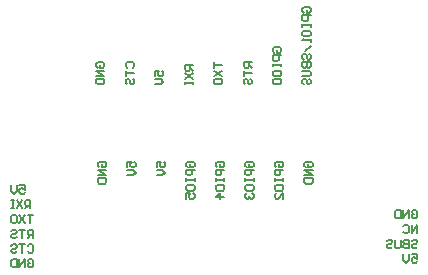
<source format=gbo>
G04*
G04 #@! TF.GenerationSoftware,Altium Limited,Altium Designer,21.6.1 (37)*
G04*
G04 Layer_Color=32896*
%FSLAX44Y44*%
%MOMM*%
G71*
G04*
G04 #@! TF.SameCoordinates,AB913235-39AF-487D-A657-736D3B4B6386*
G04*
G04*
G04 #@! TF.FilePolarity,Positive*
G04*
G01*
G75*
%ADD14C,0.1700*%
D14*
X466385Y238213D02*
X467551Y239380D01*
X469884D01*
X471050Y238213D01*
Y233548D01*
X469884Y232382D01*
X467551D01*
X466385Y233548D01*
Y235881D01*
X468717D01*
X464052Y232382D02*
Y239380D01*
X459387Y232382D01*
Y239380D01*
X457054D02*
Y232382D01*
X453556D01*
X452389Y233548D01*
Y238213D01*
X453556Y239380D01*
X457054D01*
X471050Y219904D02*
Y226902D01*
X466385Y219904D01*
Y226902D01*
X459387Y225736D02*
X460553Y226902D01*
X462886D01*
X464052Y225736D01*
Y221071D01*
X462886Y219904D01*
X460553D01*
X459387Y221071D01*
X466385Y213259D02*
X467551Y214425D01*
X469884D01*
X471050Y213259D01*
Y212092D01*
X469884Y210926D01*
X467551D01*
X466385Y209760D01*
Y208594D01*
X467551Y207427D01*
X469884D01*
X471050Y208594D01*
X464052Y214425D02*
Y207427D01*
X460553D01*
X459387Y208594D01*
Y209760D01*
X460553Y210926D01*
X464052D01*
X460553D01*
X459387Y212092D01*
Y213259D01*
X460553Y214425D01*
X464052D01*
X457054D02*
Y208594D01*
X455888Y207427D01*
X453556D01*
X452389Y208594D01*
Y214425D01*
X445392Y213259D02*
X446558Y214425D01*
X448890D01*
X450057Y213259D01*
Y212092D01*
X448890Y210926D01*
X446558D01*
X445392Y209760D01*
Y208594D01*
X446558Y207427D01*
X448890D01*
X450057Y208594D01*
X466385Y201948D02*
X471050D01*
Y198449D01*
X468717Y199615D01*
X467551D01*
X466385Y198449D01*
Y196116D01*
X467551Y194950D01*
X469884D01*
X471050Y196116D01*
X464052Y201948D02*
Y197283D01*
X461720Y194950D01*
X459387Y197283D01*
Y201948D01*
X202037Y275885D02*
X200871Y277051D01*
Y279384D01*
X202037Y280550D01*
X206702D01*
X207869Y279384D01*
Y277051D01*
X206702Y275885D01*
X204370D01*
Y278218D01*
X207869Y273552D02*
X200871D01*
X207869Y268887D01*
X200871D01*
Y266555D02*
X207869D01*
Y263056D01*
X206702Y261889D01*
X202037D01*
X200871Y263056D01*
Y266555D01*
X225825Y275885D02*
Y280550D01*
X229324D01*
X228158Y278218D01*
Y277051D01*
X229324Y275885D01*
X231657D01*
X232823Y277051D01*
Y279384D01*
X231657Y280550D01*
X225825Y273552D02*
X230490D01*
X232823Y271220D01*
X230490Y268887D01*
X225825D01*
X250780Y275885D02*
Y280550D01*
X254279D01*
X253112Y278218D01*
Y277051D01*
X254279Y275885D01*
X256611D01*
X257778Y277051D01*
Y279384D01*
X256611Y280550D01*
X250780Y273552D02*
X255445D01*
X257778Y271220D01*
X255445Y268887D01*
X250780D01*
X276901Y275885D02*
X275734Y277051D01*
Y279384D01*
X276901Y280550D01*
X281566D01*
X282732Y279384D01*
Y277051D01*
X281566Y275885D01*
X279233D01*
Y278218D01*
X282732Y273552D02*
X275734D01*
Y270054D01*
X276901Y268887D01*
X279233D01*
X280399Y270054D01*
Y273552D01*
X275734Y266555D02*
Y264222D01*
Y265388D01*
X282732D01*
Y266555D01*
Y264222D01*
X275734Y257224D02*
Y259557D01*
X276901Y260723D01*
X281566D01*
X282732Y259557D01*
Y257224D01*
X281566Y256058D01*
X276901D01*
X275734Y257224D01*
Y249060D02*
Y253725D01*
X279233D01*
X278067Y251393D01*
Y250226D01*
X279233Y249060D01*
X281566D01*
X282732Y250226D01*
Y252559D01*
X281566Y253725D01*
X301855Y275885D02*
X300689Y277051D01*
Y279384D01*
X301855Y280550D01*
X306520D01*
X307687Y279384D01*
Y277051D01*
X306520Y275885D01*
X304188D01*
Y278218D01*
X307687Y273552D02*
X300689D01*
Y270054D01*
X301855Y268887D01*
X304188D01*
X305354Y270054D01*
Y273552D01*
X300689Y266555D02*
Y264222D01*
Y265388D01*
X307687D01*
Y266555D01*
Y264222D01*
X300689Y257224D02*
Y259557D01*
X301855Y260723D01*
X306520D01*
X307687Y259557D01*
Y257224D01*
X306520Y256058D01*
X301855D01*
X300689Y257224D01*
X307687Y250226D02*
X300689D01*
X304188Y253725D01*
Y249060D01*
X326810Y275885D02*
X325643Y277051D01*
Y279384D01*
X326810Y280550D01*
X331475D01*
X332641Y279384D01*
Y277051D01*
X331475Y275885D01*
X329142D01*
Y278218D01*
X332641Y273552D02*
X325643D01*
Y270054D01*
X326810Y268887D01*
X329142D01*
X330308Y270054D01*
Y273552D01*
X325643Y266555D02*
Y264222D01*
Y265388D01*
X332641D01*
Y266555D01*
Y264222D01*
X325643Y257224D02*
Y259557D01*
X326810Y260723D01*
X331475D01*
X332641Y259557D01*
Y257224D01*
X331475Y256058D01*
X326810D01*
X325643Y257224D01*
X326810Y253725D02*
X325643Y252559D01*
Y250226D01*
X326810Y249060D01*
X327976D01*
X329142Y250226D01*
Y251393D01*
Y250226D01*
X330308Y249060D01*
X331475D01*
X332641Y250226D01*
Y252559D01*
X331475Y253725D01*
X351764Y275885D02*
X350598Y277051D01*
Y279384D01*
X351764Y280550D01*
X356429D01*
X357596Y279384D01*
Y277051D01*
X356429Y275885D01*
X354097D01*
Y278218D01*
X357596Y273552D02*
X350598D01*
Y270054D01*
X351764Y268887D01*
X354097D01*
X355263Y270054D01*
Y273552D01*
X350598Y266555D02*
Y264222D01*
Y265388D01*
X357596D01*
Y266555D01*
Y264222D01*
X350598Y257224D02*
Y259557D01*
X351764Y260723D01*
X356429D01*
X357596Y259557D01*
Y257224D01*
X356429Y256058D01*
X351764D01*
X350598Y257224D01*
X357596Y249060D02*
Y253725D01*
X352930Y249060D01*
X351764D01*
X350598Y250226D01*
Y252559D01*
X351764Y253725D01*
X376719Y275885D02*
X375552Y277051D01*
Y279384D01*
X376719Y280550D01*
X381384D01*
X382550Y279384D01*
Y277051D01*
X381384Y275885D01*
X379051D01*
Y278218D01*
X382550Y273552D02*
X375552D01*
X382550Y268887D01*
X375552D01*
Y266555D02*
X382550D01*
Y263056D01*
X381384Y261889D01*
X376719D01*
X375552Y263056D01*
Y266555D01*
X200537Y359945D02*
X199371Y361112D01*
Y363444D01*
X200537Y364611D01*
X205202D01*
X206369Y363444D01*
Y361112D01*
X205202Y359945D01*
X202870D01*
Y362278D01*
X206369Y357613D02*
X199371D01*
X206369Y352948D01*
X199371D01*
Y350615D02*
X206369D01*
Y347116D01*
X205202Y345950D01*
X200537D01*
X199371Y347116D01*
Y350615D01*
X225492Y359945D02*
X224325Y361112D01*
Y363444D01*
X225492Y364611D01*
X230157D01*
X231323Y363444D01*
Y361112D01*
X230157Y359945D01*
X224325Y357613D02*
Y352948D01*
Y355280D01*
X231323D01*
X225492Y345950D02*
X224325Y347116D01*
Y349449D01*
X225492Y350615D01*
X226658D01*
X227824Y349449D01*
Y347116D01*
X228990Y345950D01*
X230157D01*
X231323Y347116D01*
Y349449D01*
X230157Y350615D01*
X249280Y352948D02*
Y357613D01*
X252779D01*
X251612Y355280D01*
Y354114D01*
X252779Y352948D01*
X255111D01*
X256278Y354114D01*
Y356447D01*
X255111Y357613D01*
X249280Y350615D02*
X253945D01*
X256278Y348283D01*
X253945Y345950D01*
X249280D01*
X281232Y362278D02*
X274234D01*
Y358779D01*
X275401Y357613D01*
X277733D01*
X278899Y358779D01*
Y362278D01*
Y359945D02*
X281232Y357613D01*
X274234Y355280D02*
X281232Y350615D01*
X274234D02*
X281232Y355280D01*
X274234Y348283D02*
Y345950D01*
Y347116D01*
X281232D01*
Y348283D01*
Y345950D01*
X299189Y364611D02*
Y359945D01*
Y362278D01*
X306187D01*
X299189Y357613D02*
X306187Y352948D01*
X299189D02*
X306187Y357613D01*
X299189Y347116D02*
Y349449D01*
X300355Y350615D01*
X305020D01*
X306187Y349449D01*
Y347116D01*
X305020Y345950D01*
X300355D01*
X299189Y347116D01*
X331141Y364611D02*
X324143D01*
Y361112D01*
X325310Y359945D01*
X327642D01*
X328808Y361112D01*
Y364611D01*
Y362278D02*
X331141Y359945D01*
X324143Y357613D02*
Y352948D01*
Y355280D01*
X331141D01*
X325310Y345950D02*
X324143Y347116D01*
Y349449D01*
X325310Y350615D01*
X326476D01*
X327642Y349449D01*
Y347116D01*
X328808Y345950D01*
X329975D01*
X331141Y347116D01*
Y349449D01*
X329975Y350615D01*
X350264Y372775D02*
X349098Y373941D01*
Y376274D01*
X350264Y377440D01*
X354929D01*
X356096Y376274D01*
Y373941D01*
X354929Y372775D01*
X352597D01*
Y375107D01*
X356096Y370442D02*
X349098D01*
Y366943D01*
X350264Y365777D01*
X352597D01*
X353763Y366943D01*
Y370442D01*
X349098Y363444D02*
Y361112D01*
Y362278D01*
X356096D01*
Y363444D01*
Y361112D01*
X349098Y354114D02*
Y356447D01*
X350264Y357613D01*
X354929D01*
X356096Y356447D01*
Y354114D01*
X354929Y352948D01*
X350264D01*
X349098Y354114D01*
X350264Y350615D02*
X349098Y349449D01*
Y347116D01*
X350264Y345950D01*
X354929D01*
X356096Y347116D01*
Y349449D01*
X354929Y350615D01*
X350264D01*
X375219Y406597D02*
X374052Y407763D01*
Y410096D01*
X375219Y411262D01*
X379884D01*
X381050Y410096D01*
Y407763D01*
X379884Y406597D01*
X377551D01*
Y408930D01*
X381050Y404265D02*
X374052D01*
Y400766D01*
X375219Y399599D01*
X377551D01*
X378717Y400766D01*
Y404265D01*
X374052Y397267D02*
Y394934D01*
Y396101D01*
X381050D01*
Y397267D01*
Y394934D01*
X374052Y387937D02*
Y390269D01*
X375219Y391435D01*
X379884D01*
X381050Y390269D01*
Y387937D01*
X379884Y386770D01*
X375219D01*
X374052Y387937D01*
X381050Y384438D02*
Y382105D01*
Y383271D01*
X374052D01*
X375219Y384438D01*
X381050Y378606D02*
X376385Y373941D01*
X375219Y366943D02*
X374052Y368110D01*
Y370442D01*
X375219Y371608D01*
X376385D01*
X377551Y370442D01*
Y368110D01*
X378717Y366943D01*
X379884D01*
X381050Y368110D01*
Y370442D01*
X379884Y371608D01*
X374052Y364611D02*
X381050D01*
Y361112D01*
X379884Y359945D01*
X378717D01*
X377551Y361112D01*
Y364611D01*
Y361112D01*
X376385Y359945D01*
X375219D01*
X374052Y361112D01*
Y364611D01*
Y357613D02*
X379884D01*
X381050Y356447D01*
Y354114D01*
X379884Y352948D01*
X374052D01*
X375219Y345950D02*
X374052Y347116D01*
Y349449D01*
X375219Y350615D01*
X376385D01*
X377551Y349449D01*
Y347116D01*
X378717Y345950D01*
X379884D01*
X381050Y347116D01*
Y349449D01*
X379884Y350615D01*
X134448Y260334D02*
X139113D01*
Y256835D01*
X136780Y258001D01*
X135614D01*
X134448Y256835D01*
Y254503D01*
X135614Y253336D01*
X137947D01*
X139113Y254503D01*
X132115Y260334D02*
Y255669D01*
X129782Y253336D01*
X127450Y255669D01*
Y260334D01*
X143778Y240859D02*
Y247857D01*
X140279D01*
X139113Y246690D01*
Y244358D01*
X140279Y243192D01*
X143778D01*
X141446D02*
X139113Y240859D01*
X136780Y247857D02*
X132115Y240859D01*
Y247857D02*
X136780Y240859D01*
X129782Y247857D02*
X127450D01*
X128616D01*
Y240859D01*
X129782D01*
X127450D01*
X146111Y235379D02*
X141446D01*
X143778D01*
Y228382D01*
X139113Y235379D02*
X134448Y228382D01*
Y235379D02*
X139113Y228382D01*
X128616Y235379D02*
X130949D01*
X132115Y234213D01*
Y229548D01*
X130949Y228382D01*
X128616D01*
X127450Y229548D01*
Y234213D01*
X128616Y235379D01*
X146111Y215904D02*
Y222902D01*
X142612D01*
X141446Y221736D01*
Y219403D01*
X142612Y218237D01*
X146111D01*
X143778D02*
X141446Y215904D01*
X139113Y222902D02*
X134448D01*
X136780D01*
Y215904D01*
X127450Y221736D02*
X128616Y222902D01*
X130949D01*
X132115Y221736D01*
Y220570D01*
X130949Y219403D01*
X128616D01*
X127450Y218237D01*
Y217071D01*
X128616Y215904D01*
X130949D01*
X132115Y217071D01*
X141446Y209259D02*
X142612Y210425D01*
X144944D01*
X146111Y209259D01*
Y204594D01*
X144944Y203427D01*
X142612D01*
X141446Y204594D01*
X139113Y210425D02*
X134448D01*
X136780D01*
Y203427D01*
X127450Y209259D02*
X128616Y210425D01*
X130949D01*
X132115Y209259D01*
Y208092D01*
X130949Y206926D01*
X128616D01*
X127450Y205760D01*
Y204594D01*
X128616Y203427D01*
X130949D01*
X132115Y204594D01*
X141446Y196781D02*
X142612Y197948D01*
X144944D01*
X146111Y196781D01*
Y192116D01*
X144944Y190950D01*
X142612D01*
X141446Y192116D01*
Y194449D01*
X143778D01*
X139113Y190950D02*
Y197948D01*
X134448Y190950D01*
Y197948D01*
X132115D02*
Y190950D01*
X128616D01*
X127450Y192116D01*
Y196781D01*
X128616Y197948D01*
X132115D01*
M02*

</source>
